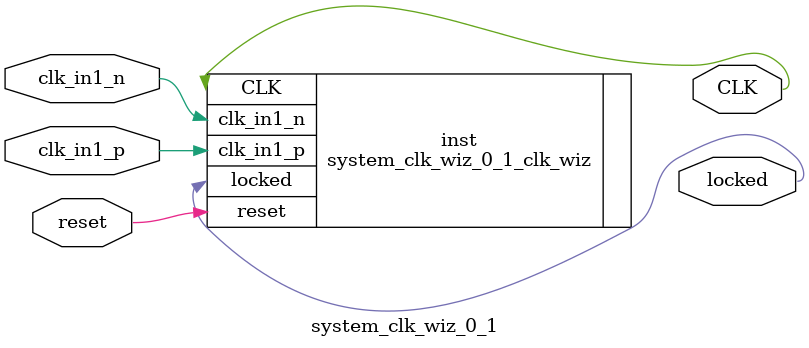
<source format=v>


`timescale 1ps/1ps

(* CORE_GENERATION_INFO = "system_clk_wiz_0_1,clk_wiz_v6_0_2_0_0,{component_name=system_clk_wiz_0_1,use_phase_alignment=false,use_min_o_jitter=false,use_max_i_jitter=false,use_dyn_phase_shift=false,use_inclk_switchover=false,use_dyn_reconfig=false,enable_axi=0,feedback_source=FDBK_AUTO,PRIMITIVE=MMCM,num_out_clk=1,clkin1_period=3.333,clkin2_period=10.0,use_power_down=false,use_reset=true,use_locked=true,use_inclk_stopped=false,feedback_type=SINGLE,CLOCK_MGR_TYPE=NA,manual_override=false}" *)

module system_clk_wiz_0_1 
 (
  // Clock out ports
  output        CLK,
  // Status and control signals
  input         reset,
  output        locked,
 // Clock in ports
  input         clk_in1_p,
  input         clk_in1_n
 );

  system_clk_wiz_0_1_clk_wiz inst
  (
  // Clock out ports  
  .CLK(CLK),
  // Status and control signals               
  .reset(reset), 
  .locked(locked),
 // Clock in ports
  .clk_in1_p(clk_in1_p),
  .clk_in1_n(clk_in1_n)
  );

endmodule

</source>
